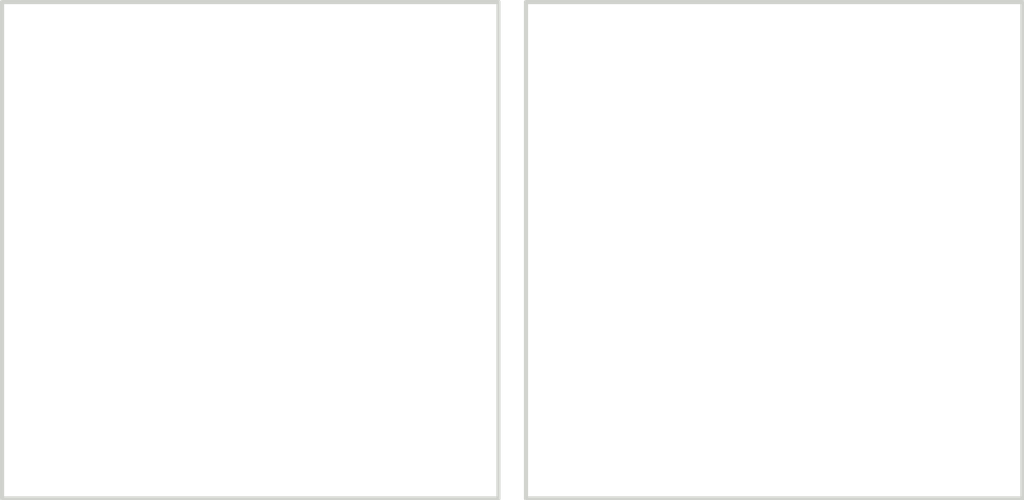
<source format=kicad_pcb>

            
(kicad_pcb (version 20171130) (host pcbnew 5.1.6)

  (page A3)
  (title_block
    (title pcb)
    (rev v1.0.0)
    (company Unknown)
  )

  (general
    (thickness 1.6)
  )

  (layers
    (0 F.Cu signal)
    (31 B.Cu signal)
    (32 B.Adhes user)
    (33 F.Adhes user)
    (34 B.Paste user)
    (35 F.Paste user)
    (36 B.SilkS user)
    (37 F.SilkS user)
    (38 B.Mask user)
    (39 F.Mask user)
    (40 Dwgs.User user)
    (41 Cmts.User user)
    (42 Eco1.User user)
    (43 Eco2.User user)
    (44 Edge.Cuts user)
    (45 Margin user)
    (46 B.CrtYd user)
    (47 F.CrtYd user)
    (48 B.Fab user)
    (49 F.Fab user)
  )

  (setup
    (last_trace_width 0.25)
    (trace_clearance 0.2)
    (zone_clearance 0.508)
    (zone_45_only no)
    (trace_min 0.2)
    (via_size 0.8)
    (via_drill 0.4)
    (via_min_size 0.4)
    (via_min_drill 0.3)
    (uvia_size 0.3)
    (uvia_drill 0.1)
    (uvias_allowed no)
    (uvia_min_size 0.2)
    (uvia_min_drill 0.1)
    (edge_width 0.05)
    (segment_width 0.2)
    (pcb_text_width 0.3)
    (pcb_text_size 1.5 1.5)
    (mod_edge_width 0.12)
    (mod_text_size 1 1)
    (mod_text_width 0.15)
    (pad_size 1.524 1.524)
    (pad_drill 0.762)
    (pad_to_mask_clearance 0.05)
    (aux_axis_origin 0 0)
    (visible_elements FFFFFF7F)
    (pcbplotparams
      (layerselection 0x010fc_ffffffff)
      (usegerberextensions false)
      (usegerberattributes true)
      (usegerberadvancedattributes true)
      (creategerberjobfile true)
      (excludeedgelayer true)
      (linewidth 0.100000)
      (plotframeref false)
      (viasonmask false)
      (mode 1)
      (useauxorigin false)
      (hpglpennumber 1)
      (hpglpenspeed 20)
      (hpglpendiameter 15.000000)
      (psnegative false)
      (psa4output false)
      (plotreference true)
      (plotvalue true)
      (plotinvisibletext false)
      (padsonsilk false)
      (subtractmaskfromsilk false)
      (outputformat 1)
      (mirror false)
      (drillshape 1)
      (scaleselection 1)
      (outputdirectory ""))
  )

            (net 0 "")
            
  (net_class Default "This is the default net class."
    (clearance 0.2)
    (trace_width 0.25)
    (via_dia 0.8)
    (via_drill 0.4)
    (uvia_dia 0.3)
    (uvia_drill 0.1)
    (add_net "")
  )

            
    (module injected_test_footprint (layer F.Cu) (tedit 5E1ADAC2)
    (at 0 0 0) 

            
    (fp_text reference "I1" (at 0 0) (layer F.SilkS) hide (effects (font (size 1.27 1.27) (thickness 0.15))))
    )
  
            (gr_line (start -9 9) (end 9 9) (angle 90) (layer Edge.Cuts) (width 0.15))
(gr_line (start 9 9) (end 9 -9) (angle 90) (layer Edge.Cuts) (width 0.15))
(gr_line (start 9 -9) (end -9 -9) (angle 90) (layer Edge.Cuts) (width 0.15))
(gr_line (start -9 -9) (end -9 9) (angle 90) (layer Edge.Cuts) (width 0.15))
(gr_line (start 10 9) (end 28 9) (angle 90) (layer Edge.Cuts) (width 0.15))
(gr_line (start 28 9) (end 28 -9) (angle 90) (layer Edge.Cuts) (width 0.15))
(gr_line (start 28 -9) (end 10 -9) (angle 90) (layer Edge.Cuts) (width 0.15))
(gr_line (start 10 -9) (end 10 9) (angle 90) (layer Edge.Cuts) (width 0.15))
            
)

        
</source>
